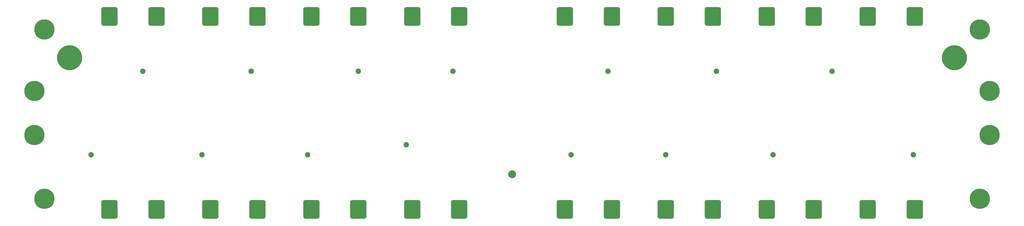
<source format=gbs>
G04*
G04 #@! TF.GenerationSoftware,Altium Limited,Altium Designer,19.0.14 (431)*
G04*
G04 Layer_Color=16711935*
%FSLAX25Y25*%
%MOIN*%
G70*
G01*
G75*
%ADD14C,0.12611*%
%ADD15C,0.32296*%
%ADD16C,0.40170*%
%ADD17C,0.08674*%
G04:AMPARAMS|DCode=24|XSize=296.98mil|YSize=258mil|CornerRadius=29mil|HoleSize=0mil|Usage=FLASHONLY|Rotation=270.000|XOffset=0mil|YOffset=0mil|HoleType=Round|Shape=RoundedRectangle|*
%AMROUNDEDRECTD24*
21,1,0.29698,0.20000,0,0,270.0*
21,1,0.23898,0.25800,0,0,270.0*
1,1,0.05800,-0.10000,-0.11949*
1,1,0.05800,-0.10000,0.11949*
1,1,0.05800,0.10000,0.11949*
1,1,0.05800,0.10000,-0.11949*
%
%ADD24ROUNDEDRECTD24*%
D14*
X-0Y-98425D02*
D03*
D15*
X748032Y-137795D02*
D03*
Y133858D02*
D03*
X-748032Y-137795D02*
D03*
Y133858D02*
D03*
X763780Y35433D02*
D03*
Y-35433D02*
D03*
X-763779D02*
D03*
Y35433D02*
D03*
D16*
X707480Y88583D02*
D03*
X-707480D02*
D03*
D17*
X641732Y-66929D02*
D03*
X511811Y66929D02*
D03*
X417323Y-66929D02*
D03*
X326772Y66929D02*
D03*
X245847Y-66929D02*
D03*
X153543Y66929D02*
D03*
X94488Y-66929D02*
D03*
X-94488Y66929D02*
D03*
X-169291Y-51181D02*
D03*
X-245847Y66929D02*
D03*
X-326772Y-66929D02*
D03*
X-417323Y66929D02*
D03*
X-590551D02*
D03*
X-496063Y-66929D02*
D03*
X-673228D02*
D03*
D24*
X-482500Y154843D02*
D03*
X-407264D02*
D03*
X-482500Y-154842D02*
D03*
X-407264D02*
D03*
X-321083Y154843D02*
D03*
X-245847D02*
D03*
X-321083Y-154842D02*
D03*
X-245847D02*
D03*
X84429Y154843D02*
D03*
X159665D02*
D03*
X84429Y-154842D02*
D03*
X159665D02*
D03*
X568681Y154843D02*
D03*
X643917D02*
D03*
X568681Y-154842D02*
D03*
X643917D02*
D03*
X-159665Y154843D02*
D03*
X-84429D02*
D03*
X-159665Y-154842D02*
D03*
X-84429D02*
D03*
X245847Y154843D02*
D03*
X321083D02*
D03*
X245847Y-154842D02*
D03*
X321083D02*
D03*
X407264Y154843D02*
D03*
X482500D02*
D03*
X407264Y-154842D02*
D03*
X482500D02*
D03*
X-643917Y154843D02*
D03*
X-568681D02*
D03*
X-643917Y-154842D02*
D03*
X-568681D02*
D03*
M02*

</source>
